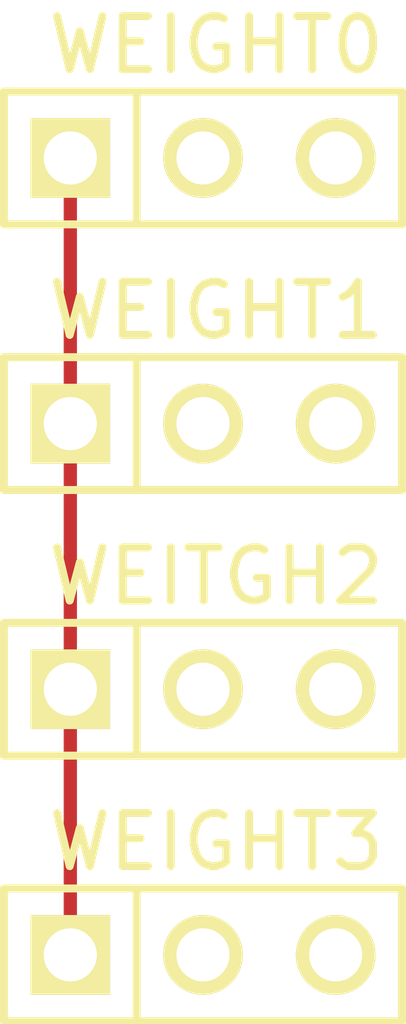
<source format=kicad_pcb>
(kicad_pcb (version 3) (host pcbnew "(2013-jul-07)-stable")

  (general
    (links 6)
    (no_connects 3)
    (area 148.259799 107.4928 156.935311 127.330201)
    (thickness 1.6)
    (drawings 0)
    (tracks 3)
    (zones 0)
    (modules 4)
    (nets 3)
  )

  (page A3)
  (layers
    (15 F.Cu signal)
    (0 B.Cu signal)
    (16 B.Adhes user)
    (17 F.Adhes user)
    (18 B.Paste user)
    (19 F.Paste user)
    (20 B.SilkS user)
    (21 F.SilkS user)
    (22 B.Mask user)
    (23 F.Mask user)
    (24 Dwgs.User user)
    (25 Cmts.User user)
    (26 Eco1.User user)
    (27 Eco2.User user)
    (28 Edge.Cuts user)
  )

  (setup
    (last_trace_width 0.254)
    (trace_clearance 0.254)
    (zone_clearance 0.508)
    (zone_45_only no)
    (trace_min 0.254)
    (segment_width 0.2)
    (edge_width 0.15)
    (via_size 0.889)
    (via_drill 0.635)
    (via_min_size 0.889)
    (via_min_drill 0.508)
    (uvia_size 0.508)
    (uvia_drill 0.127)
    (uvias_allowed no)
    (uvia_min_size 0.508)
    (uvia_min_drill 0.127)
    (pcb_text_width 0.3)
    (pcb_text_size 1 1)
    (mod_edge_width 0.15)
    (mod_text_size 1 1)
    (mod_text_width 0.15)
    (pad_size 1 1)
    (pad_drill 0.6)
    (pad_to_mask_clearance 0)
    (aux_axis_origin 0 0)
    (visible_elements FFFFFBBF)
    (pcbplotparams
      (layerselection 3178497)
      (usegerberextensions true)
      (excludeedgelayer true)
      (linewidth 0.150000)
      (plotframeref false)
      (viasonmask false)
      (mode 1)
      (useauxorigin false)
      (hpglpennumber 1)
      (hpglpenspeed 20)
      (hpglpendiameter 15)
      (hpglpenoverlay 2)
      (psnegative false)
      (psa4output false)
      (plotreference true)
      (plotvalue true)
      (plotothertext true)
      (plotinvisibletext false)
      (padsonsilk false)
      (subtractmaskfromsilk false)
      (outputformat 1)
      (mirror false)
      (drillshape 1)
      (scaleselection 1)
      (outputdirectory ""))
  )

  (net 0 "")
  (net 1 GND)
  (net 2 VEE)

  (net_class Default "Ceci est la Netclass par défaut"
    (clearance 0.254)
    (trace_width 0.254)
    (via_dia 0.889)
    (via_drill 0.635)
    (uvia_dia 0.508)
    (uvia_drill 0.127)
    (add_net "")
    (add_net GND)
    (add_net VEE)
  )

  (module PIN_ARRAY_3X1 (layer F.Cu) (tedit 4C1130E0) (tstamp 56496218)
    (at 152.4 110.49)
    (descr "Connecteur 3 pins")
    (tags "CONN DEV")
    (path /5648FFA7)
    (fp_text reference WEIGHT0 (at 0.254 -2.159) (layer F.SilkS)
      (effects (font (size 1.016 1.016) (thickness 0.1524)))
    )
    (fp_text value CONN_3 (at 0 -2.159) (layer F.SilkS) hide
      (effects (font (size 1.016 1.016) (thickness 0.1524)))
    )
    (fp_line (start -3.81 1.27) (end -3.81 -1.27) (layer F.SilkS) (width 0.1524))
    (fp_line (start -3.81 -1.27) (end 3.81 -1.27) (layer F.SilkS) (width 0.1524))
    (fp_line (start 3.81 -1.27) (end 3.81 1.27) (layer F.SilkS) (width 0.1524))
    (fp_line (start 3.81 1.27) (end -3.81 1.27) (layer F.SilkS) (width 0.1524))
    (fp_line (start -1.27 -1.27) (end -1.27 1.27) (layer F.SilkS) (width 0.1524))
    (pad 1 thru_hole rect (at -2.54 0) (size 1.524 1.524) (drill 1.016)
      (layers *.Cu *.Mask F.SilkS)
      (net 1 GND)
    )
    (pad 2 thru_hole circle (at 0 0) (size 1.524 1.524) (drill 1.016)
      (layers *.Cu *.Mask F.SilkS)
      (net 2 VEE)
    )
    (pad 3 thru_hole circle (at 2.54 0) (size 1.524 1.524) (drill 1.016)
      (layers *.Cu *.Mask F.SilkS)
    )
    (model pin_array/pins_array_3x1.wrl
      (at (xyz 0 0 0))
      (scale (xyz 1 1 1))
      (rotate (xyz 0 0 0))
    )
  )

  (module PIN_ARRAY_3X1 (layer F.Cu) (tedit 4C1130E0) (tstamp 56496224)
    (at 152.4 115.57)
    (descr "Connecteur 3 pins")
    (tags "CONN DEV")
    (path /56490084)
    (fp_text reference WEIGHT1 (at 0.254 -2.159) (layer F.SilkS)
      (effects (font (size 1.016 1.016) (thickness 0.1524)))
    )
    (fp_text value CONN_3 (at 0 -2.159) (layer F.SilkS) hide
      (effects (font (size 1.016 1.016) (thickness 0.1524)))
    )
    (fp_line (start -3.81 1.27) (end -3.81 -1.27) (layer F.SilkS) (width 0.1524))
    (fp_line (start -3.81 -1.27) (end 3.81 -1.27) (layer F.SilkS) (width 0.1524))
    (fp_line (start 3.81 -1.27) (end 3.81 1.27) (layer F.SilkS) (width 0.1524))
    (fp_line (start 3.81 1.27) (end -3.81 1.27) (layer F.SilkS) (width 0.1524))
    (fp_line (start -1.27 -1.27) (end -1.27 1.27) (layer F.SilkS) (width 0.1524))
    (pad 1 thru_hole rect (at -2.54 0) (size 1.524 1.524) (drill 1.016)
      (layers *.Cu *.Mask F.SilkS)
      (net 1 GND)
    )
    (pad 2 thru_hole circle (at 0 0) (size 1.524 1.524) (drill 1.016)
      (layers *.Cu *.Mask F.SilkS)
      (net 2 VEE)
    )
    (pad 3 thru_hole circle (at 2.54 0) (size 1.524 1.524) (drill 1.016)
      (layers *.Cu *.Mask F.SilkS)
    )
    (model pin_array/pins_array_3x1.wrl
      (at (xyz 0 0 0))
      (scale (xyz 1 1 1))
      (rotate (xyz 0 0 0))
    )
  )

  (module PIN_ARRAY_3X1 (layer F.Cu) (tedit 4C1130E0) (tstamp 56496230)
    (at 152.4 120.65)
    (descr "Connecteur 3 pins")
    (tags "CONN DEV")
    (path /56490093)
    (fp_text reference WEITGH2 (at 0.254 -2.159) (layer F.SilkS)
      (effects (font (size 1.016 1.016) (thickness 0.1524)))
    )
    (fp_text value CONN_3 (at 0 -2.159) (layer F.SilkS) hide
      (effects (font (size 1.016 1.016) (thickness 0.1524)))
    )
    (fp_line (start -3.81 1.27) (end -3.81 -1.27) (layer F.SilkS) (width 0.1524))
    (fp_line (start -3.81 -1.27) (end 3.81 -1.27) (layer F.SilkS) (width 0.1524))
    (fp_line (start 3.81 -1.27) (end 3.81 1.27) (layer F.SilkS) (width 0.1524))
    (fp_line (start 3.81 1.27) (end -3.81 1.27) (layer F.SilkS) (width 0.1524))
    (fp_line (start -1.27 -1.27) (end -1.27 1.27) (layer F.SilkS) (width 0.1524))
    (pad 1 thru_hole rect (at -2.54 0) (size 1.524 1.524) (drill 1.016)
      (layers *.Cu *.Mask F.SilkS)
      (net 1 GND)
    )
    (pad 2 thru_hole circle (at 0 0) (size 1.524 1.524) (drill 1.016)
      (layers *.Cu *.Mask F.SilkS)
      (net 2 VEE)
    )
    (pad 3 thru_hole circle (at 2.54 0) (size 1.524 1.524) (drill 1.016)
      (layers *.Cu *.Mask F.SilkS)
    )
    (model pin_array/pins_array_3x1.wrl
      (at (xyz 0 0 0))
      (scale (xyz 1 1 1))
      (rotate (xyz 0 0 0))
    )
  )

  (module PIN_ARRAY_3X1 (layer F.Cu) (tedit 4C1130E0) (tstamp 5649623C)
    (at 152.4 125.73)
    (descr "Connecteur 3 pins")
    (tags "CONN DEV")
    (path /564900A2)
    (fp_text reference WEIGHT3 (at 0.254 -2.159) (layer F.SilkS)
      (effects (font (size 1.016 1.016) (thickness 0.1524)))
    )
    (fp_text value CONN_3 (at 0 -2.159) (layer F.SilkS) hide
      (effects (font (size 1.016 1.016) (thickness 0.1524)))
    )
    (fp_line (start -3.81 1.27) (end -3.81 -1.27) (layer F.SilkS) (width 0.1524))
    (fp_line (start -3.81 -1.27) (end 3.81 -1.27) (layer F.SilkS) (width 0.1524))
    (fp_line (start 3.81 -1.27) (end 3.81 1.27) (layer F.SilkS) (width 0.1524))
    (fp_line (start 3.81 1.27) (end -3.81 1.27) (layer F.SilkS) (width 0.1524))
    (fp_line (start -1.27 -1.27) (end -1.27 1.27) (layer F.SilkS) (width 0.1524))
    (pad 1 thru_hole rect (at -2.54 0) (size 1.524 1.524) (drill 1.016)
      (layers *.Cu *.Mask F.SilkS)
      (net 1 GND)
    )
    (pad 2 thru_hole circle (at 0 0) (size 1.524 1.524) (drill 1.016)
      (layers *.Cu *.Mask F.SilkS)
      (net 2 VEE)
    )
    (pad 3 thru_hole circle (at 2.54 0) (size 1.524 1.524) (drill 1.016)
      (layers *.Cu *.Mask F.SilkS)
    )
    (model pin_array/pins_array_3x1.wrl
      (at (xyz 0 0 0))
      (scale (xyz 1 1 1))
      (rotate (xyz 0 0 0))
    )
  )

  (segment (start 149.86 120.65) (end 149.86 125.73) (width 0.254) (layer F.Cu) (net 1) (status C00000))
  (segment (start 149.86 115.57) (end 149.86 120.65) (width 0.254) (layer F.Cu) (net 1) (status C00000))
  (segment (start 149.86 110.49) (end 149.86 115.57) (width 0.254) (layer F.Cu) (net 1) (status C00000))

)

</source>
